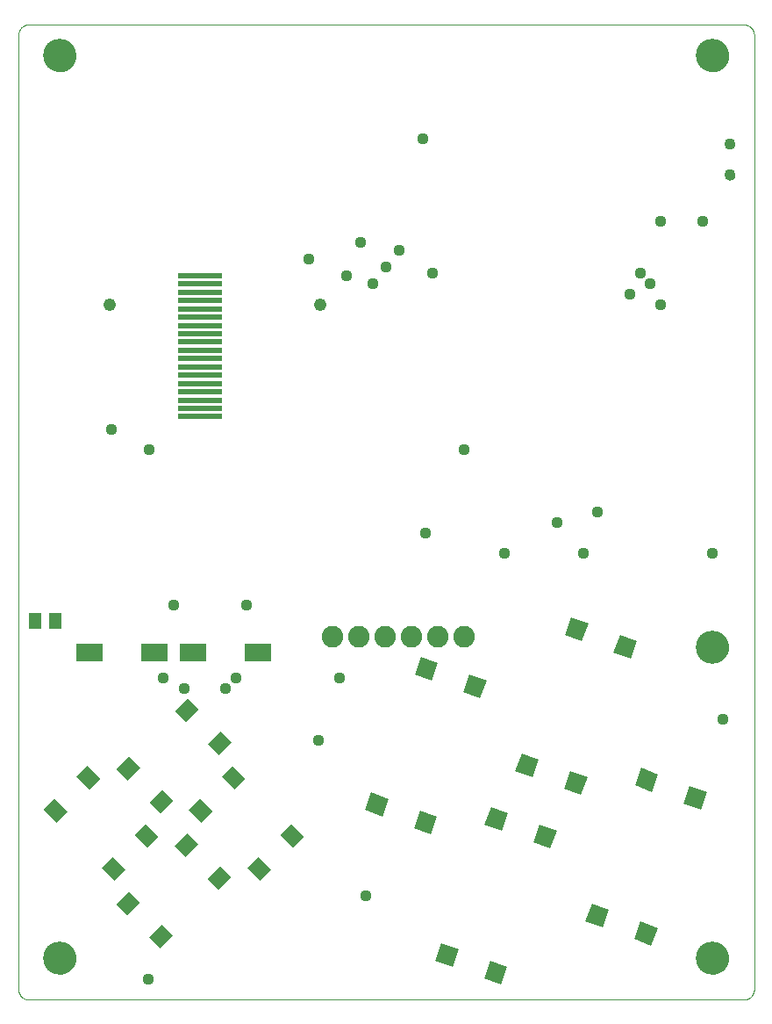
<source format=gts>
G75*
%MOIN*%
%OFA0B0*%
%FSLAX25Y25*%
%IPPOS*%
%LPD*%
%AMOC8*
5,1,8,0,0,1.08239X$1,22.5*
%
%ADD10C,0.00000*%
%ADD11R,0.05131X0.06312*%
%ADD12R,0.16548X0.02375*%
%ADD13R,0.07099X0.06902*%
%ADD14R,0.09855X0.07099*%
%ADD15C,0.04343*%
%ADD16R,0.05918X0.06902*%
%ADD17C,0.12611*%
%ADD18C,0.08200*%
%ADD19C,0.04369*%
%ADD20C,0.04762*%
D10*
X0003248Y0006189D02*
X0003248Y0368394D01*
X0003250Y0368518D01*
X0003256Y0368641D01*
X0003265Y0368765D01*
X0003279Y0368887D01*
X0003296Y0369010D01*
X0003318Y0369132D01*
X0003343Y0369253D01*
X0003372Y0369373D01*
X0003404Y0369492D01*
X0003441Y0369611D01*
X0003481Y0369728D01*
X0003524Y0369843D01*
X0003572Y0369958D01*
X0003623Y0370070D01*
X0003677Y0370181D01*
X0003735Y0370291D01*
X0003796Y0370398D01*
X0003861Y0370504D01*
X0003929Y0370607D01*
X0004000Y0370708D01*
X0004074Y0370807D01*
X0004151Y0370904D01*
X0004232Y0370998D01*
X0004315Y0371089D01*
X0004401Y0371178D01*
X0004490Y0371264D01*
X0004581Y0371347D01*
X0004675Y0371428D01*
X0004772Y0371505D01*
X0004871Y0371579D01*
X0004972Y0371650D01*
X0005075Y0371718D01*
X0005181Y0371783D01*
X0005288Y0371844D01*
X0005398Y0371902D01*
X0005509Y0371956D01*
X0005621Y0372007D01*
X0005736Y0372055D01*
X0005851Y0372098D01*
X0005968Y0372138D01*
X0006087Y0372175D01*
X0006206Y0372207D01*
X0006326Y0372236D01*
X0006447Y0372261D01*
X0006569Y0372283D01*
X0006692Y0372300D01*
X0006814Y0372314D01*
X0006938Y0372323D01*
X0007061Y0372329D01*
X0007185Y0372331D01*
X0278839Y0372331D01*
X0278963Y0372329D01*
X0279086Y0372323D01*
X0279210Y0372314D01*
X0279332Y0372300D01*
X0279455Y0372283D01*
X0279577Y0372261D01*
X0279698Y0372236D01*
X0279818Y0372207D01*
X0279937Y0372175D01*
X0280056Y0372138D01*
X0280173Y0372098D01*
X0280288Y0372055D01*
X0280403Y0372007D01*
X0280515Y0371956D01*
X0280626Y0371902D01*
X0280736Y0371844D01*
X0280843Y0371783D01*
X0280949Y0371718D01*
X0281052Y0371650D01*
X0281153Y0371579D01*
X0281252Y0371505D01*
X0281349Y0371428D01*
X0281443Y0371347D01*
X0281534Y0371264D01*
X0281623Y0371178D01*
X0281709Y0371089D01*
X0281792Y0370998D01*
X0281873Y0370904D01*
X0281950Y0370807D01*
X0282024Y0370708D01*
X0282095Y0370607D01*
X0282163Y0370504D01*
X0282228Y0370398D01*
X0282289Y0370291D01*
X0282347Y0370181D01*
X0282401Y0370070D01*
X0282452Y0369958D01*
X0282500Y0369843D01*
X0282543Y0369728D01*
X0282583Y0369611D01*
X0282620Y0369492D01*
X0282652Y0369373D01*
X0282681Y0369253D01*
X0282706Y0369132D01*
X0282728Y0369010D01*
X0282745Y0368887D01*
X0282759Y0368765D01*
X0282768Y0368641D01*
X0282774Y0368518D01*
X0282776Y0368394D01*
X0282776Y0006189D01*
X0282774Y0006065D01*
X0282768Y0005942D01*
X0282759Y0005818D01*
X0282745Y0005696D01*
X0282728Y0005573D01*
X0282706Y0005451D01*
X0282681Y0005330D01*
X0282652Y0005210D01*
X0282620Y0005091D01*
X0282583Y0004972D01*
X0282543Y0004855D01*
X0282500Y0004740D01*
X0282452Y0004625D01*
X0282401Y0004513D01*
X0282347Y0004402D01*
X0282289Y0004292D01*
X0282228Y0004185D01*
X0282163Y0004079D01*
X0282095Y0003976D01*
X0282024Y0003875D01*
X0281950Y0003776D01*
X0281873Y0003679D01*
X0281792Y0003585D01*
X0281709Y0003494D01*
X0281623Y0003405D01*
X0281534Y0003319D01*
X0281443Y0003236D01*
X0281349Y0003155D01*
X0281252Y0003078D01*
X0281153Y0003004D01*
X0281052Y0002933D01*
X0280949Y0002865D01*
X0280843Y0002800D01*
X0280736Y0002739D01*
X0280626Y0002681D01*
X0280515Y0002627D01*
X0280403Y0002576D01*
X0280288Y0002528D01*
X0280173Y0002485D01*
X0280056Y0002445D01*
X0279937Y0002408D01*
X0279818Y0002376D01*
X0279698Y0002347D01*
X0279577Y0002322D01*
X0279455Y0002300D01*
X0279332Y0002283D01*
X0279210Y0002269D01*
X0279086Y0002260D01*
X0278963Y0002254D01*
X0278839Y0002252D01*
X0007185Y0002252D01*
X0007061Y0002254D01*
X0006938Y0002260D01*
X0006814Y0002269D01*
X0006692Y0002283D01*
X0006569Y0002300D01*
X0006447Y0002322D01*
X0006326Y0002347D01*
X0006206Y0002376D01*
X0006087Y0002408D01*
X0005968Y0002445D01*
X0005851Y0002485D01*
X0005736Y0002528D01*
X0005621Y0002576D01*
X0005509Y0002627D01*
X0005398Y0002681D01*
X0005288Y0002739D01*
X0005181Y0002800D01*
X0005075Y0002865D01*
X0004972Y0002933D01*
X0004871Y0003004D01*
X0004772Y0003078D01*
X0004675Y0003155D01*
X0004581Y0003236D01*
X0004490Y0003319D01*
X0004401Y0003405D01*
X0004315Y0003494D01*
X0004232Y0003585D01*
X0004151Y0003679D01*
X0004074Y0003776D01*
X0004000Y0003875D01*
X0003929Y0003976D01*
X0003861Y0004079D01*
X0003796Y0004185D01*
X0003735Y0004292D01*
X0003677Y0004402D01*
X0003623Y0004513D01*
X0003572Y0004625D01*
X0003524Y0004740D01*
X0003481Y0004855D01*
X0003441Y0004972D01*
X0003404Y0005091D01*
X0003372Y0005210D01*
X0003343Y0005330D01*
X0003318Y0005451D01*
X0003296Y0005573D01*
X0003279Y0005696D01*
X0003265Y0005818D01*
X0003256Y0005942D01*
X0003250Y0006065D01*
X0003248Y0006189D01*
X0013090Y0018000D02*
X0013092Y0018153D01*
X0013098Y0018307D01*
X0013108Y0018460D01*
X0013122Y0018612D01*
X0013140Y0018765D01*
X0013162Y0018916D01*
X0013187Y0019067D01*
X0013217Y0019218D01*
X0013251Y0019368D01*
X0013288Y0019516D01*
X0013329Y0019664D01*
X0013374Y0019810D01*
X0013423Y0019956D01*
X0013476Y0020100D01*
X0013532Y0020242D01*
X0013592Y0020383D01*
X0013656Y0020523D01*
X0013723Y0020661D01*
X0013794Y0020797D01*
X0013869Y0020931D01*
X0013946Y0021063D01*
X0014028Y0021193D01*
X0014112Y0021321D01*
X0014200Y0021447D01*
X0014291Y0021570D01*
X0014385Y0021691D01*
X0014483Y0021809D01*
X0014583Y0021925D01*
X0014687Y0022038D01*
X0014793Y0022149D01*
X0014902Y0022257D01*
X0015014Y0022362D01*
X0015128Y0022463D01*
X0015246Y0022562D01*
X0015365Y0022658D01*
X0015487Y0022751D01*
X0015612Y0022840D01*
X0015739Y0022927D01*
X0015868Y0023009D01*
X0015999Y0023089D01*
X0016132Y0023165D01*
X0016267Y0023238D01*
X0016404Y0023307D01*
X0016543Y0023372D01*
X0016683Y0023434D01*
X0016825Y0023492D01*
X0016968Y0023547D01*
X0017113Y0023598D01*
X0017259Y0023645D01*
X0017406Y0023688D01*
X0017554Y0023727D01*
X0017703Y0023763D01*
X0017853Y0023794D01*
X0018004Y0023822D01*
X0018155Y0023846D01*
X0018308Y0023866D01*
X0018460Y0023882D01*
X0018613Y0023894D01*
X0018766Y0023902D01*
X0018919Y0023906D01*
X0019073Y0023906D01*
X0019226Y0023902D01*
X0019379Y0023894D01*
X0019532Y0023882D01*
X0019684Y0023866D01*
X0019837Y0023846D01*
X0019988Y0023822D01*
X0020139Y0023794D01*
X0020289Y0023763D01*
X0020438Y0023727D01*
X0020586Y0023688D01*
X0020733Y0023645D01*
X0020879Y0023598D01*
X0021024Y0023547D01*
X0021167Y0023492D01*
X0021309Y0023434D01*
X0021449Y0023372D01*
X0021588Y0023307D01*
X0021725Y0023238D01*
X0021860Y0023165D01*
X0021993Y0023089D01*
X0022124Y0023009D01*
X0022253Y0022927D01*
X0022380Y0022840D01*
X0022505Y0022751D01*
X0022627Y0022658D01*
X0022746Y0022562D01*
X0022864Y0022463D01*
X0022978Y0022362D01*
X0023090Y0022257D01*
X0023199Y0022149D01*
X0023305Y0022038D01*
X0023409Y0021925D01*
X0023509Y0021809D01*
X0023607Y0021691D01*
X0023701Y0021570D01*
X0023792Y0021447D01*
X0023880Y0021321D01*
X0023964Y0021193D01*
X0024046Y0021063D01*
X0024123Y0020931D01*
X0024198Y0020797D01*
X0024269Y0020661D01*
X0024336Y0020523D01*
X0024400Y0020383D01*
X0024460Y0020242D01*
X0024516Y0020100D01*
X0024569Y0019956D01*
X0024618Y0019810D01*
X0024663Y0019664D01*
X0024704Y0019516D01*
X0024741Y0019368D01*
X0024775Y0019218D01*
X0024805Y0019067D01*
X0024830Y0018916D01*
X0024852Y0018765D01*
X0024870Y0018612D01*
X0024884Y0018460D01*
X0024894Y0018307D01*
X0024900Y0018153D01*
X0024902Y0018000D01*
X0024900Y0017847D01*
X0024894Y0017693D01*
X0024884Y0017540D01*
X0024870Y0017388D01*
X0024852Y0017235D01*
X0024830Y0017084D01*
X0024805Y0016933D01*
X0024775Y0016782D01*
X0024741Y0016632D01*
X0024704Y0016484D01*
X0024663Y0016336D01*
X0024618Y0016190D01*
X0024569Y0016044D01*
X0024516Y0015900D01*
X0024460Y0015758D01*
X0024400Y0015617D01*
X0024336Y0015477D01*
X0024269Y0015339D01*
X0024198Y0015203D01*
X0024123Y0015069D01*
X0024046Y0014937D01*
X0023964Y0014807D01*
X0023880Y0014679D01*
X0023792Y0014553D01*
X0023701Y0014430D01*
X0023607Y0014309D01*
X0023509Y0014191D01*
X0023409Y0014075D01*
X0023305Y0013962D01*
X0023199Y0013851D01*
X0023090Y0013743D01*
X0022978Y0013638D01*
X0022864Y0013537D01*
X0022746Y0013438D01*
X0022627Y0013342D01*
X0022505Y0013249D01*
X0022380Y0013160D01*
X0022253Y0013073D01*
X0022124Y0012991D01*
X0021993Y0012911D01*
X0021860Y0012835D01*
X0021725Y0012762D01*
X0021588Y0012693D01*
X0021449Y0012628D01*
X0021309Y0012566D01*
X0021167Y0012508D01*
X0021024Y0012453D01*
X0020879Y0012402D01*
X0020733Y0012355D01*
X0020586Y0012312D01*
X0020438Y0012273D01*
X0020289Y0012237D01*
X0020139Y0012206D01*
X0019988Y0012178D01*
X0019837Y0012154D01*
X0019684Y0012134D01*
X0019532Y0012118D01*
X0019379Y0012106D01*
X0019226Y0012098D01*
X0019073Y0012094D01*
X0018919Y0012094D01*
X0018766Y0012098D01*
X0018613Y0012106D01*
X0018460Y0012118D01*
X0018308Y0012134D01*
X0018155Y0012154D01*
X0018004Y0012178D01*
X0017853Y0012206D01*
X0017703Y0012237D01*
X0017554Y0012273D01*
X0017406Y0012312D01*
X0017259Y0012355D01*
X0017113Y0012402D01*
X0016968Y0012453D01*
X0016825Y0012508D01*
X0016683Y0012566D01*
X0016543Y0012628D01*
X0016404Y0012693D01*
X0016267Y0012762D01*
X0016132Y0012835D01*
X0015999Y0012911D01*
X0015868Y0012991D01*
X0015739Y0013073D01*
X0015612Y0013160D01*
X0015487Y0013249D01*
X0015365Y0013342D01*
X0015246Y0013438D01*
X0015128Y0013537D01*
X0015014Y0013638D01*
X0014902Y0013743D01*
X0014793Y0013851D01*
X0014687Y0013962D01*
X0014583Y0014075D01*
X0014483Y0014191D01*
X0014385Y0014309D01*
X0014291Y0014430D01*
X0014200Y0014553D01*
X0014112Y0014679D01*
X0014028Y0014807D01*
X0013946Y0014937D01*
X0013869Y0015069D01*
X0013794Y0015203D01*
X0013723Y0015339D01*
X0013656Y0015477D01*
X0013592Y0015617D01*
X0013532Y0015758D01*
X0013476Y0015900D01*
X0013423Y0016044D01*
X0013374Y0016190D01*
X0013329Y0016336D01*
X0013288Y0016484D01*
X0013251Y0016632D01*
X0013217Y0016782D01*
X0013187Y0016933D01*
X0013162Y0017084D01*
X0013140Y0017235D01*
X0013122Y0017388D01*
X0013108Y0017540D01*
X0013098Y0017693D01*
X0013092Y0017847D01*
X0013090Y0018000D01*
X0261122Y0018000D02*
X0261124Y0018153D01*
X0261130Y0018307D01*
X0261140Y0018460D01*
X0261154Y0018612D01*
X0261172Y0018765D01*
X0261194Y0018916D01*
X0261219Y0019067D01*
X0261249Y0019218D01*
X0261283Y0019368D01*
X0261320Y0019516D01*
X0261361Y0019664D01*
X0261406Y0019810D01*
X0261455Y0019956D01*
X0261508Y0020100D01*
X0261564Y0020242D01*
X0261624Y0020383D01*
X0261688Y0020523D01*
X0261755Y0020661D01*
X0261826Y0020797D01*
X0261901Y0020931D01*
X0261978Y0021063D01*
X0262060Y0021193D01*
X0262144Y0021321D01*
X0262232Y0021447D01*
X0262323Y0021570D01*
X0262417Y0021691D01*
X0262515Y0021809D01*
X0262615Y0021925D01*
X0262719Y0022038D01*
X0262825Y0022149D01*
X0262934Y0022257D01*
X0263046Y0022362D01*
X0263160Y0022463D01*
X0263278Y0022562D01*
X0263397Y0022658D01*
X0263519Y0022751D01*
X0263644Y0022840D01*
X0263771Y0022927D01*
X0263900Y0023009D01*
X0264031Y0023089D01*
X0264164Y0023165D01*
X0264299Y0023238D01*
X0264436Y0023307D01*
X0264575Y0023372D01*
X0264715Y0023434D01*
X0264857Y0023492D01*
X0265000Y0023547D01*
X0265145Y0023598D01*
X0265291Y0023645D01*
X0265438Y0023688D01*
X0265586Y0023727D01*
X0265735Y0023763D01*
X0265885Y0023794D01*
X0266036Y0023822D01*
X0266187Y0023846D01*
X0266340Y0023866D01*
X0266492Y0023882D01*
X0266645Y0023894D01*
X0266798Y0023902D01*
X0266951Y0023906D01*
X0267105Y0023906D01*
X0267258Y0023902D01*
X0267411Y0023894D01*
X0267564Y0023882D01*
X0267716Y0023866D01*
X0267869Y0023846D01*
X0268020Y0023822D01*
X0268171Y0023794D01*
X0268321Y0023763D01*
X0268470Y0023727D01*
X0268618Y0023688D01*
X0268765Y0023645D01*
X0268911Y0023598D01*
X0269056Y0023547D01*
X0269199Y0023492D01*
X0269341Y0023434D01*
X0269481Y0023372D01*
X0269620Y0023307D01*
X0269757Y0023238D01*
X0269892Y0023165D01*
X0270025Y0023089D01*
X0270156Y0023009D01*
X0270285Y0022927D01*
X0270412Y0022840D01*
X0270537Y0022751D01*
X0270659Y0022658D01*
X0270778Y0022562D01*
X0270896Y0022463D01*
X0271010Y0022362D01*
X0271122Y0022257D01*
X0271231Y0022149D01*
X0271337Y0022038D01*
X0271441Y0021925D01*
X0271541Y0021809D01*
X0271639Y0021691D01*
X0271733Y0021570D01*
X0271824Y0021447D01*
X0271912Y0021321D01*
X0271996Y0021193D01*
X0272078Y0021063D01*
X0272155Y0020931D01*
X0272230Y0020797D01*
X0272301Y0020661D01*
X0272368Y0020523D01*
X0272432Y0020383D01*
X0272492Y0020242D01*
X0272548Y0020100D01*
X0272601Y0019956D01*
X0272650Y0019810D01*
X0272695Y0019664D01*
X0272736Y0019516D01*
X0272773Y0019368D01*
X0272807Y0019218D01*
X0272837Y0019067D01*
X0272862Y0018916D01*
X0272884Y0018765D01*
X0272902Y0018612D01*
X0272916Y0018460D01*
X0272926Y0018307D01*
X0272932Y0018153D01*
X0272934Y0018000D01*
X0272932Y0017847D01*
X0272926Y0017693D01*
X0272916Y0017540D01*
X0272902Y0017388D01*
X0272884Y0017235D01*
X0272862Y0017084D01*
X0272837Y0016933D01*
X0272807Y0016782D01*
X0272773Y0016632D01*
X0272736Y0016484D01*
X0272695Y0016336D01*
X0272650Y0016190D01*
X0272601Y0016044D01*
X0272548Y0015900D01*
X0272492Y0015758D01*
X0272432Y0015617D01*
X0272368Y0015477D01*
X0272301Y0015339D01*
X0272230Y0015203D01*
X0272155Y0015069D01*
X0272078Y0014937D01*
X0271996Y0014807D01*
X0271912Y0014679D01*
X0271824Y0014553D01*
X0271733Y0014430D01*
X0271639Y0014309D01*
X0271541Y0014191D01*
X0271441Y0014075D01*
X0271337Y0013962D01*
X0271231Y0013851D01*
X0271122Y0013743D01*
X0271010Y0013638D01*
X0270896Y0013537D01*
X0270778Y0013438D01*
X0270659Y0013342D01*
X0270537Y0013249D01*
X0270412Y0013160D01*
X0270285Y0013073D01*
X0270156Y0012991D01*
X0270025Y0012911D01*
X0269892Y0012835D01*
X0269757Y0012762D01*
X0269620Y0012693D01*
X0269481Y0012628D01*
X0269341Y0012566D01*
X0269199Y0012508D01*
X0269056Y0012453D01*
X0268911Y0012402D01*
X0268765Y0012355D01*
X0268618Y0012312D01*
X0268470Y0012273D01*
X0268321Y0012237D01*
X0268171Y0012206D01*
X0268020Y0012178D01*
X0267869Y0012154D01*
X0267716Y0012134D01*
X0267564Y0012118D01*
X0267411Y0012106D01*
X0267258Y0012098D01*
X0267105Y0012094D01*
X0266951Y0012094D01*
X0266798Y0012098D01*
X0266645Y0012106D01*
X0266492Y0012118D01*
X0266340Y0012134D01*
X0266187Y0012154D01*
X0266036Y0012178D01*
X0265885Y0012206D01*
X0265735Y0012237D01*
X0265586Y0012273D01*
X0265438Y0012312D01*
X0265291Y0012355D01*
X0265145Y0012402D01*
X0265000Y0012453D01*
X0264857Y0012508D01*
X0264715Y0012566D01*
X0264575Y0012628D01*
X0264436Y0012693D01*
X0264299Y0012762D01*
X0264164Y0012835D01*
X0264031Y0012911D01*
X0263900Y0012991D01*
X0263771Y0013073D01*
X0263644Y0013160D01*
X0263519Y0013249D01*
X0263397Y0013342D01*
X0263278Y0013438D01*
X0263160Y0013537D01*
X0263046Y0013638D01*
X0262934Y0013743D01*
X0262825Y0013851D01*
X0262719Y0013962D01*
X0262615Y0014075D01*
X0262515Y0014191D01*
X0262417Y0014309D01*
X0262323Y0014430D01*
X0262232Y0014553D01*
X0262144Y0014679D01*
X0262060Y0014807D01*
X0261978Y0014937D01*
X0261901Y0015069D01*
X0261826Y0015203D01*
X0261755Y0015339D01*
X0261688Y0015477D01*
X0261624Y0015617D01*
X0261564Y0015758D01*
X0261508Y0015900D01*
X0261455Y0016044D01*
X0261406Y0016190D01*
X0261361Y0016336D01*
X0261320Y0016484D01*
X0261283Y0016632D01*
X0261249Y0016782D01*
X0261219Y0016933D01*
X0261194Y0017084D01*
X0261172Y0017235D01*
X0261154Y0017388D01*
X0261140Y0017540D01*
X0261130Y0017693D01*
X0261124Y0017847D01*
X0261122Y0018000D01*
X0261122Y0136110D02*
X0261124Y0136263D01*
X0261130Y0136417D01*
X0261140Y0136570D01*
X0261154Y0136722D01*
X0261172Y0136875D01*
X0261194Y0137026D01*
X0261219Y0137177D01*
X0261249Y0137328D01*
X0261283Y0137478D01*
X0261320Y0137626D01*
X0261361Y0137774D01*
X0261406Y0137920D01*
X0261455Y0138066D01*
X0261508Y0138210D01*
X0261564Y0138352D01*
X0261624Y0138493D01*
X0261688Y0138633D01*
X0261755Y0138771D01*
X0261826Y0138907D01*
X0261901Y0139041D01*
X0261978Y0139173D01*
X0262060Y0139303D01*
X0262144Y0139431D01*
X0262232Y0139557D01*
X0262323Y0139680D01*
X0262417Y0139801D01*
X0262515Y0139919D01*
X0262615Y0140035D01*
X0262719Y0140148D01*
X0262825Y0140259D01*
X0262934Y0140367D01*
X0263046Y0140472D01*
X0263160Y0140573D01*
X0263278Y0140672D01*
X0263397Y0140768D01*
X0263519Y0140861D01*
X0263644Y0140950D01*
X0263771Y0141037D01*
X0263900Y0141119D01*
X0264031Y0141199D01*
X0264164Y0141275D01*
X0264299Y0141348D01*
X0264436Y0141417D01*
X0264575Y0141482D01*
X0264715Y0141544D01*
X0264857Y0141602D01*
X0265000Y0141657D01*
X0265145Y0141708D01*
X0265291Y0141755D01*
X0265438Y0141798D01*
X0265586Y0141837D01*
X0265735Y0141873D01*
X0265885Y0141904D01*
X0266036Y0141932D01*
X0266187Y0141956D01*
X0266340Y0141976D01*
X0266492Y0141992D01*
X0266645Y0142004D01*
X0266798Y0142012D01*
X0266951Y0142016D01*
X0267105Y0142016D01*
X0267258Y0142012D01*
X0267411Y0142004D01*
X0267564Y0141992D01*
X0267716Y0141976D01*
X0267869Y0141956D01*
X0268020Y0141932D01*
X0268171Y0141904D01*
X0268321Y0141873D01*
X0268470Y0141837D01*
X0268618Y0141798D01*
X0268765Y0141755D01*
X0268911Y0141708D01*
X0269056Y0141657D01*
X0269199Y0141602D01*
X0269341Y0141544D01*
X0269481Y0141482D01*
X0269620Y0141417D01*
X0269757Y0141348D01*
X0269892Y0141275D01*
X0270025Y0141199D01*
X0270156Y0141119D01*
X0270285Y0141037D01*
X0270412Y0140950D01*
X0270537Y0140861D01*
X0270659Y0140768D01*
X0270778Y0140672D01*
X0270896Y0140573D01*
X0271010Y0140472D01*
X0271122Y0140367D01*
X0271231Y0140259D01*
X0271337Y0140148D01*
X0271441Y0140035D01*
X0271541Y0139919D01*
X0271639Y0139801D01*
X0271733Y0139680D01*
X0271824Y0139557D01*
X0271912Y0139431D01*
X0271996Y0139303D01*
X0272078Y0139173D01*
X0272155Y0139041D01*
X0272230Y0138907D01*
X0272301Y0138771D01*
X0272368Y0138633D01*
X0272432Y0138493D01*
X0272492Y0138352D01*
X0272548Y0138210D01*
X0272601Y0138066D01*
X0272650Y0137920D01*
X0272695Y0137774D01*
X0272736Y0137626D01*
X0272773Y0137478D01*
X0272807Y0137328D01*
X0272837Y0137177D01*
X0272862Y0137026D01*
X0272884Y0136875D01*
X0272902Y0136722D01*
X0272916Y0136570D01*
X0272926Y0136417D01*
X0272932Y0136263D01*
X0272934Y0136110D01*
X0272932Y0135957D01*
X0272926Y0135803D01*
X0272916Y0135650D01*
X0272902Y0135498D01*
X0272884Y0135345D01*
X0272862Y0135194D01*
X0272837Y0135043D01*
X0272807Y0134892D01*
X0272773Y0134742D01*
X0272736Y0134594D01*
X0272695Y0134446D01*
X0272650Y0134300D01*
X0272601Y0134154D01*
X0272548Y0134010D01*
X0272492Y0133868D01*
X0272432Y0133727D01*
X0272368Y0133587D01*
X0272301Y0133449D01*
X0272230Y0133313D01*
X0272155Y0133179D01*
X0272078Y0133047D01*
X0271996Y0132917D01*
X0271912Y0132789D01*
X0271824Y0132663D01*
X0271733Y0132540D01*
X0271639Y0132419D01*
X0271541Y0132301D01*
X0271441Y0132185D01*
X0271337Y0132072D01*
X0271231Y0131961D01*
X0271122Y0131853D01*
X0271010Y0131748D01*
X0270896Y0131647D01*
X0270778Y0131548D01*
X0270659Y0131452D01*
X0270537Y0131359D01*
X0270412Y0131270D01*
X0270285Y0131183D01*
X0270156Y0131101D01*
X0270025Y0131021D01*
X0269892Y0130945D01*
X0269757Y0130872D01*
X0269620Y0130803D01*
X0269481Y0130738D01*
X0269341Y0130676D01*
X0269199Y0130618D01*
X0269056Y0130563D01*
X0268911Y0130512D01*
X0268765Y0130465D01*
X0268618Y0130422D01*
X0268470Y0130383D01*
X0268321Y0130347D01*
X0268171Y0130316D01*
X0268020Y0130288D01*
X0267869Y0130264D01*
X0267716Y0130244D01*
X0267564Y0130228D01*
X0267411Y0130216D01*
X0267258Y0130208D01*
X0267105Y0130204D01*
X0266951Y0130204D01*
X0266798Y0130208D01*
X0266645Y0130216D01*
X0266492Y0130228D01*
X0266340Y0130244D01*
X0266187Y0130264D01*
X0266036Y0130288D01*
X0265885Y0130316D01*
X0265735Y0130347D01*
X0265586Y0130383D01*
X0265438Y0130422D01*
X0265291Y0130465D01*
X0265145Y0130512D01*
X0265000Y0130563D01*
X0264857Y0130618D01*
X0264715Y0130676D01*
X0264575Y0130738D01*
X0264436Y0130803D01*
X0264299Y0130872D01*
X0264164Y0130945D01*
X0264031Y0131021D01*
X0263900Y0131101D01*
X0263771Y0131183D01*
X0263644Y0131270D01*
X0263519Y0131359D01*
X0263397Y0131452D01*
X0263278Y0131548D01*
X0263160Y0131647D01*
X0263046Y0131748D01*
X0262934Y0131853D01*
X0262825Y0131961D01*
X0262719Y0132072D01*
X0262615Y0132185D01*
X0262515Y0132301D01*
X0262417Y0132419D01*
X0262323Y0132540D01*
X0262232Y0132663D01*
X0262144Y0132789D01*
X0262060Y0132917D01*
X0261978Y0133047D01*
X0261901Y0133179D01*
X0261826Y0133313D01*
X0261755Y0133449D01*
X0261688Y0133587D01*
X0261624Y0133727D01*
X0261564Y0133868D01*
X0261508Y0134010D01*
X0261455Y0134154D01*
X0261406Y0134300D01*
X0261361Y0134446D01*
X0261320Y0134594D01*
X0261283Y0134742D01*
X0261249Y0134892D01*
X0261219Y0135043D01*
X0261194Y0135194D01*
X0261172Y0135345D01*
X0261154Y0135498D01*
X0261140Y0135650D01*
X0261130Y0135803D01*
X0261124Y0135957D01*
X0261122Y0136110D01*
X0271752Y0315244D02*
X0271754Y0315328D01*
X0271760Y0315411D01*
X0271770Y0315494D01*
X0271784Y0315577D01*
X0271801Y0315659D01*
X0271823Y0315740D01*
X0271848Y0315819D01*
X0271877Y0315898D01*
X0271910Y0315975D01*
X0271946Y0316050D01*
X0271986Y0316124D01*
X0272029Y0316196D01*
X0272076Y0316265D01*
X0272126Y0316332D01*
X0272179Y0316397D01*
X0272235Y0316459D01*
X0272293Y0316519D01*
X0272355Y0316576D01*
X0272419Y0316629D01*
X0272486Y0316680D01*
X0272555Y0316727D01*
X0272626Y0316772D01*
X0272699Y0316812D01*
X0272774Y0316849D01*
X0272851Y0316883D01*
X0272929Y0316913D01*
X0273008Y0316939D01*
X0273089Y0316962D01*
X0273171Y0316980D01*
X0273253Y0316995D01*
X0273336Y0317006D01*
X0273419Y0317013D01*
X0273503Y0317016D01*
X0273587Y0317015D01*
X0273670Y0317010D01*
X0273754Y0317001D01*
X0273836Y0316988D01*
X0273918Y0316972D01*
X0273999Y0316951D01*
X0274080Y0316927D01*
X0274158Y0316899D01*
X0274236Y0316867D01*
X0274312Y0316831D01*
X0274386Y0316792D01*
X0274458Y0316750D01*
X0274528Y0316704D01*
X0274596Y0316655D01*
X0274661Y0316603D01*
X0274724Y0316548D01*
X0274784Y0316490D01*
X0274842Y0316429D01*
X0274896Y0316365D01*
X0274948Y0316299D01*
X0274996Y0316231D01*
X0275041Y0316160D01*
X0275082Y0316087D01*
X0275121Y0316013D01*
X0275155Y0315937D01*
X0275186Y0315859D01*
X0275213Y0315780D01*
X0275237Y0315699D01*
X0275256Y0315618D01*
X0275272Y0315536D01*
X0275284Y0315453D01*
X0275292Y0315369D01*
X0275296Y0315286D01*
X0275296Y0315202D01*
X0275292Y0315119D01*
X0275284Y0315035D01*
X0275272Y0314952D01*
X0275256Y0314870D01*
X0275237Y0314789D01*
X0275213Y0314708D01*
X0275186Y0314629D01*
X0275155Y0314551D01*
X0275121Y0314475D01*
X0275082Y0314401D01*
X0275041Y0314328D01*
X0274996Y0314257D01*
X0274948Y0314189D01*
X0274896Y0314123D01*
X0274842Y0314059D01*
X0274784Y0313998D01*
X0274724Y0313940D01*
X0274661Y0313885D01*
X0274596Y0313833D01*
X0274528Y0313784D01*
X0274458Y0313738D01*
X0274386Y0313696D01*
X0274312Y0313657D01*
X0274236Y0313621D01*
X0274158Y0313589D01*
X0274080Y0313561D01*
X0273999Y0313537D01*
X0273918Y0313516D01*
X0273836Y0313500D01*
X0273754Y0313487D01*
X0273670Y0313478D01*
X0273587Y0313473D01*
X0273503Y0313472D01*
X0273419Y0313475D01*
X0273336Y0313482D01*
X0273253Y0313493D01*
X0273171Y0313508D01*
X0273089Y0313526D01*
X0273008Y0313549D01*
X0272929Y0313575D01*
X0272851Y0313605D01*
X0272774Y0313639D01*
X0272699Y0313676D01*
X0272626Y0313716D01*
X0272555Y0313761D01*
X0272486Y0313808D01*
X0272419Y0313859D01*
X0272355Y0313912D01*
X0272293Y0313969D01*
X0272235Y0314029D01*
X0272179Y0314091D01*
X0272126Y0314156D01*
X0272076Y0314223D01*
X0272029Y0314292D01*
X0271986Y0314364D01*
X0271946Y0314438D01*
X0271910Y0314513D01*
X0271877Y0314590D01*
X0271848Y0314669D01*
X0271823Y0314748D01*
X0271801Y0314829D01*
X0271784Y0314911D01*
X0271770Y0314994D01*
X0271760Y0315077D01*
X0271754Y0315160D01*
X0271752Y0315244D01*
X0271752Y0327055D02*
X0271754Y0327139D01*
X0271760Y0327222D01*
X0271770Y0327305D01*
X0271784Y0327388D01*
X0271801Y0327470D01*
X0271823Y0327551D01*
X0271848Y0327630D01*
X0271877Y0327709D01*
X0271910Y0327786D01*
X0271946Y0327861D01*
X0271986Y0327935D01*
X0272029Y0328007D01*
X0272076Y0328076D01*
X0272126Y0328143D01*
X0272179Y0328208D01*
X0272235Y0328270D01*
X0272293Y0328330D01*
X0272355Y0328387D01*
X0272419Y0328440D01*
X0272486Y0328491D01*
X0272555Y0328538D01*
X0272626Y0328583D01*
X0272699Y0328623D01*
X0272774Y0328660D01*
X0272851Y0328694D01*
X0272929Y0328724D01*
X0273008Y0328750D01*
X0273089Y0328773D01*
X0273171Y0328791D01*
X0273253Y0328806D01*
X0273336Y0328817D01*
X0273419Y0328824D01*
X0273503Y0328827D01*
X0273587Y0328826D01*
X0273670Y0328821D01*
X0273754Y0328812D01*
X0273836Y0328799D01*
X0273918Y0328783D01*
X0273999Y0328762D01*
X0274080Y0328738D01*
X0274158Y0328710D01*
X0274236Y0328678D01*
X0274312Y0328642D01*
X0274386Y0328603D01*
X0274458Y0328561D01*
X0274528Y0328515D01*
X0274596Y0328466D01*
X0274661Y0328414D01*
X0274724Y0328359D01*
X0274784Y0328301D01*
X0274842Y0328240D01*
X0274896Y0328176D01*
X0274948Y0328110D01*
X0274996Y0328042D01*
X0275041Y0327971D01*
X0275082Y0327898D01*
X0275121Y0327824D01*
X0275155Y0327748D01*
X0275186Y0327670D01*
X0275213Y0327591D01*
X0275237Y0327510D01*
X0275256Y0327429D01*
X0275272Y0327347D01*
X0275284Y0327264D01*
X0275292Y0327180D01*
X0275296Y0327097D01*
X0275296Y0327013D01*
X0275292Y0326930D01*
X0275284Y0326846D01*
X0275272Y0326763D01*
X0275256Y0326681D01*
X0275237Y0326600D01*
X0275213Y0326519D01*
X0275186Y0326440D01*
X0275155Y0326362D01*
X0275121Y0326286D01*
X0275082Y0326212D01*
X0275041Y0326139D01*
X0274996Y0326068D01*
X0274948Y0326000D01*
X0274896Y0325934D01*
X0274842Y0325870D01*
X0274784Y0325809D01*
X0274724Y0325751D01*
X0274661Y0325696D01*
X0274596Y0325644D01*
X0274528Y0325595D01*
X0274458Y0325549D01*
X0274386Y0325507D01*
X0274312Y0325468D01*
X0274236Y0325432D01*
X0274158Y0325400D01*
X0274080Y0325372D01*
X0273999Y0325348D01*
X0273918Y0325327D01*
X0273836Y0325311D01*
X0273754Y0325298D01*
X0273670Y0325289D01*
X0273587Y0325284D01*
X0273503Y0325283D01*
X0273419Y0325286D01*
X0273336Y0325293D01*
X0273253Y0325304D01*
X0273171Y0325319D01*
X0273089Y0325337D01*
X0273008Y0325360D01*
X0272929Y0325386D01*
X0272851Y0325416D01*
X0272774Y0325450D01*
X0272699Y0325487D01*
X0272626Y0325527D01*
X0272555Y0325572D01*
X0272486Y0325619D01*
X0272419Y0325670D01*
X0272355Y0325723D01*
X0272293Y0325780D01*
X0272235Y0325840D01*
X0272179Y0325902D01*
X0272126Y0325967D01*
X0272076Y0326034D01*
X0272029Y0326103D01*
X0271986Y0326175D01*
X0271946Y0326249D01*
X0271910Y0326324D01*
X0271877Y0326401D01*
X0271848Y0326480D01*
X0271823Y0326559D01*
X0271801Y0326640D01*
X0271784Y0326722D01*
X0271770Y0326805D01*
X0271760Y0326888D01*
X0271754Y0326971D01*
X0271752Y0327055D01*
X0261122Y0360520D02*
X0261124Y0360673D01*
X0261130Y0360827D01*
X0261140Y0360980D01*
X0261154Y0361132D01*
X0261172Y0361285D01*
X0261194Y0361436D01*
X0261219Y0361587D01*
X0261249Y0361738D01*
X0261283Y0361888D01*
X0261320Y0362036D01*
X0261361Y0362184D01*
X0261406Y0362330D01*
X0261455Y0362476D01*
X0261508Y0362620D01*
X0261564Y0362762D01*
X0261624Y0362903D01*
X0261688Y0363043D01*
X0261755Y0363181D01*
X0261826Y0363317D01*
X0261901Y0363451D01*
X0261978Y0363583D01*
X0262060Y0363713D01*
X0262144Y0363841D01*
X0262232Y0363967D01*
X0262323Y0364090D01*
X0262417Y0364211D01*
X0262515Y0364329D01*
X0262615Y0364445D01*
X0262719Y0364558D01*
X0262825Y0364669D01*
X0262934Y0364777D01*
X0263046Y0364882D01*
X0263160Y0364983D01*
X0263278Y0365082D01*
X0263397Y0365178D01*
X0263519Y0365271D01*
X0263644Y0365360D01*
X0263771Y0365447D01*
X0263900Y0365529D01*
X0264031Y0365609D01*
X0264164Y0365685D01*
X0264299Y0365758D01*
X0264436Y0365827D01*
X0264575Y0365892D01*
X0264715Y0365954D01*
X0264857Y0366012D01*
X0265000Y0366067D01*
X0265145Y0366118D01*
X0265291Y0366165D01*
X0265438Y0366208D01*
X0265586Y0366247D01*
X0265735Y0366283D01*
X0265885Y0366314D01*
X0266036Y0366342D01*
X0266187Y0366366D01*
X0266340Y0366386D01*
X0266492Y0366402D01*
X0266645Y0366414D01*
X0266798Y0366422D01*
X0266951Y0366426D01*
X0267105Y0366426D01*
X0267258Y0366422D01*
X0267411Y0366414D01*
X0267564Y0366402D01*
X0267716Y0366386D01*
X0267869Y0366366D01*
X0268020Y0366342D01*
X0268171Y0366314D01*
X0268321Y0366283D01*
X0268470Y0366247D01*
X0268618Y0366208D01*
X0268765Y0366165D01*
X0268911Y0366118D01*
X0269056Y0366067D01*
X0269199Y0366012D01*
X0269341Y0365954D01*
X0269481Y0365892D01*
X0269620Y0365827D01*
X0269757Y0365758D01*
X0269892Y0365685D01*
X0270025Y0365609D01*
X0270156Y0365529D01*
X0270285Y0365447D01*
X0270412Y0365360D01*
X0270537Y0365271D01*
X0270659Y0365178D01*
X0270778Y0365082D01*
X0270896Y0364983D01*
X0271010Y0364882D01*
X0271122Y0364777D01*
X0271231Y0364669D01*
X0271337Y0364558D01*
X0271441Y0364445D01*
X0271541Y0364329D01*
X0271639Y0364211D01*
X0271733Y0364090D01*
X0271824Y0363967D01*
X0271912Y0363841D01*
X0271996Y0363713D01*
X0272078Y0363583D01*
X0272155Y0363451D01*
X0272230Y0363317D01*
X0272301Y0363181D01*
X0272368Y0363043D01*
X0272432Y0362903D01*
X0272492Y0362762D01*
X0272548Y0362620D01*
X0272601Y0362476D01*
X0272650Y0362330D01*
X0272695Y0362184D01*
X0272736Y0362036D01*
X0272773Y0361888D01*
X0272807Y0361738D01*
X0272837Y0361587D01*
X0272862Y0361436D01*
X0272884Y0361285D01*
X0272902Y0361132D01*
X0272916Y0360980D01*
X0272926Y0360827D01*
X0272932Y0360673D01*
X0272934Y0360520D01*
X0272932Y0360367D01*
X0272926Y0360213D01*
X0272916Y0360060D01*
X0272902Y0359908D01*
X0272884Y0359755D01*
X0272862Y0359604D01*
X0272837Y0359453D01*
X0272807Y0359302D01*
X0272773Y0359152D01*
X0272736Y0359004D01*
X0272695Y0358856D01*
X0272650Y0358710D01*
X0272601Y0358564D01*
X0272548Y0358420D01*
X0272492Y0358278D01*
X0272432Y0358137D01*
X0272368Y0357997D01*
X0272301Y0357859D01*
X0272230Y0357723D01*
X0272155Y0357589D01*
X0272078Y0357457D01*
X0271996Y0357327D01*
X0271912Y0357199D01*
X0271824Y0357073D01*
X0271733Y0356950D01*
X0271639Y0356829D01*
X0271541Y0356711D01*
X0271441Y0356595D01*
X0271337Y0356482D01*
X0271231Y0356371D01*
X0271122Y0356263D01*
X0271010Y0356158D01*
X0270896Y0356057D01*
X0270778Y0355958D01*
X0270659Y0355862D01*
X0270537Y0355769D01*
X0270412Y0355680D01*
X0270285Y0355593D01*
X0270156Y0355511D01*
X0270025Y0355431D01*
X0269892Y0355355D01*
X0269757Y0355282D01*
X0269620Y0355213D01*
X0269481Y0355148D01*
X0269341Y0355086D01*
X0269199Y0355028D01*
X0269056Y0354973D01*
X0268911Y0354922D01*
X0268765Y0354875D01*
X0268618Y0354832D01*
X0268470Y0354793D01*
X0268321Y0354757D01*
X0268171Y0354726D01*
X0268020Y0354698D01*
X0267869Y0354674D01*
X0267716Y0354654D01*
X0267564Y0354638D01*
X0267411Y0354626D01*
X0267258Y0354618D01*
X0267105Y0354614D01*
X0266951Y0354614D01*
X0266798Y0354618D01*
X0266645Y0354626D01*
X0266492Y0354638D01*
X0266340Y0354654D01*
X0266187Y0354674D01*
X0266036Y0354698D01*
X0265885Y0354726D01*
X0265735Y0354757D01*
X0265586Y0354793D01*
X0265438Y0354832D01*
X0265291Y0354875D01*
X0265145Y0354922D01*
X0265000Y0354973D01*
X0264857Y0355028D01*
X0264715Y0355086D01*
X0264575Y0355148D01*
X0264436Y0355213D01*
X0264299Y0355282D01*
X0264164Y0355355D01*
X0264031Y0355431D01*
X0263900Y0355511D01*
X0263771Y0355593D01*
X0263644Y0355680D01*
X0263519Y0355769D01*
X0263397Y0355862D01*
X0263278Y0355958D01*
X0263160Y0356057D01*
X0263046Y0356158D01*
X0262934Y0356263D01*
X0262825Y0356371D01*
X0262719Y0356482D01*
X0262615Y0356595D01*
X0262515Y0356711D01*
X0262417Y0356829D01*
X0262323Y0356950D01*
X0262232Y0357073D01*
X0262144Y0357199D01*
X0262060Y0357327D01*
X0261978Y0357457D01*
X0261901Y0357589D01*
X0261826Y0357723D01*
X0261755Y0357859D01*
X0261688Y0357997D01*
X0261624Y0358137D01*
X0261564Y0358278D01*
X0261508Y0358420D01*
X0261455Y0358564D01*
X0261406Y0358710D01*
X0261361Y0358856D01*
X0261320Y0359004D01*
X0261283Y0359152D01*
X0261249Y0359302D01*
X0261219Y0359453D01*
X0261194Y0359604D01*
X0261172Y0359755D01*
X0261154Y0359908D01*
X0261140Y0360060D01*
X0261130Y0360213D01*
X0261124Y0360367D01*
X0261122Y0360520D01*
X0013090Y0360520D02*
X0013092Y0360673D01*
X0013098Y0360827D01*
X0013108Y0360980D01*
X0013122Y0361132D01*
X0013140Y0361285D01*
X0013162Y0361436D01*
X0013187Y0361587D01*
X0013217Y0361738D01*
X0013251Y0361888D01*
X0013288Y0362036D01*
X0013329Y0362184D01*
X0013374Y0362330D01*
X0013423Y0362476D01*
X0013476Y0362620D01*
X0013532Y0362762D01*
X0013592Y0362903D01*
X0013656Y0363043D01*
X0013723Y0363181D01*
X0013794Y0363317D01*
X0013869Y0363451D01*
X0013946Y0363583D01*
X0014028Y0363713D01*
X0014112Y0363841D01*
X0014200Y0363967D01*
X0014291Y0364090D01*
X0014385Y0364211D01*
X0014483Y0364329D01*
X0014583Y0364445D01*
X0014687Y0364558D01*
X0014793Y0364669D01*
X0014902Y0364777D01*
X0015014Y0364882D01*
X0015128Y0364983D01*
X0015246Y0365082D01*
X0015365Y0365178D01*
X0015487Y0365271D01*
X0015612Y0365360D01*
X0015739Y0365447D01*
X0015868Y0365529D01*
X0015999Y0365609D01*
X0016132Y0365685D01*
X0016267Y0365758D01*
X0016404Y0365827D01*
X0016543Y0365892D01*
X0016683Y0365954D01*
X0016825Y0366012D01*
X0016968Y0366067D01*
X0017113Y0366118D01*
X0017259Y0366165D01*
X0017406Y0366208D01*
X0017554Y0366247D01*
X0017703Y0366283D01*
X0017853Y0366314D01*
X0018004Y0366342D01*
X0018155Y0366366D01*
X0018308Y0366386D01*
X0018460Y0366402D01*
X0018613Y0366414D01*
X0018766Y0366422D01*
X0018919Y0366426D01*
X0019073Y0366426D01*
X0019226Y0366422D01*
X0019379Y0366414D01*
X0019532Y0366402D01*
X0019684Y0366386D01*
X0019837Y0366366D01*
X0019988Y0366342D01*
X0020139Y0366314D01*
X0020289Y0366283D01*
X0020438Y0366247D01*
X0020586Y0366208D01*
X0020733Y0366165D01*
X0020879Y0366118D01*
X0021024Y0366067D01*
X0021167Y0366012D01*
X0021309Y0365954D01*
X0021449Y0365892D01*
X0021588Y0365827D01*
X0021725Y0365758D01*
X0021860Y0365685D01*
X0021993Y0365609D01*
X0022124Y0365529D01*
X0022253Y0365447D01*
X0022380Y0365360D01*
X0022505Y0365271D01*
X0022627Y0365178D01*
X0022746Y0365082D01*
X0022864Y0364983D01*
X0022978Y0364882D01*
X0023090Y0364777D01*
X0023199Y0364669D01*
X0023305Y0364558D01*
X0023409Y0364445D01*
X0023509Y0364329D01*
X0023607Y0364211D01*
X0023701Y0364090D01*
X0023792Y0363967D01*
X0023880Y0363841D01*
X0023964Y0363713D01*
X0024046Y0363583D01*
X0024123Y0363451D01*
X0024198Y0363317D01*
X0024269Y0363181D01*
X0024336Y0363043D01*
X0024400Y0362903D01*
X0024460Y0362762D01*
X0024516Y0362620D01*
X0024569Y0362476D01*
X0024618Y0362330D01*
X0024663Y0362184D01*
X0024704Y0362036D01*
X0024741Y0361888D01*
X0024775Y0361738D01*
X0024805Y0361587D01*
X0024830Y0361436D01*
X0024852Y0361285D01*
X0024870Y0361132D01*
X0024884Y0360980D01*
X0024894Y0360827D01*
X0024900Y0360673D01*
X0024902Y0360520D01*
X0024900Y0360367D01*
X0024894Y0360213D01*
X0024884Y0360060D01*
X0024870Y0359908D01*
X0024852Y0359755D01*
X0024830Y0359604D01*
X0024805Y0359453D01*
X0024775Y0359302D01*
X0024741Y0359152D01*
X0024704Y0359004D01*
X0024663Y0358856D01*
X0024618Y0358710D01*
X0024569Y0358564D01*
X0024516Y0358420D01*
X0024460Y0358278D01*
X0024400Y0358137D01*
X0024336Y0357997D01*
X0024269Y0357859D01*
X0024198Y0357723D01*
X0024123Y0357589D01*
X0024046Y0357457D01*
X0023964Y0357327D01*
X0023880Y0357199D01*
X0023792Y0357073D01*
X0023701Y0356950D01*
X0023607Y0356829D01*
X0023509Y0356711D01*
X0023409Y0356595D01*
X0023305Y0356482D01*
X0023199Y0356371D01*
X0023090Y0356263D01*
X0022978Y0356158D01*
X0022864Y0356057D01*
X0022746Y0355958D01*
X0022627Y0355862D01*
X0022505Y0355769D01*
X0022380Y0355680D01*
X0022253Y0355593D01*
X0022124Y0355511D01*
X0021993Y0355431D01*
X0021860Y0355355D01*
X0021725Y0355282D01*
X0021588Y0355213D01*
X0021449Y0355148D01*
X0021309Y0355086D01*
X0021167Y0355028D01*
X0021024Y0354973D01*
X0020879Y0354922D01*
X0020733Y0354875D01*
X0020586Y0354832D01*
X0020438Y0354793D01*
X0020289Y0354757D01*
X0020139Y0354726D01*
X0019988Y0354698D01*
X0019837Y0354674D01*
X0019684Y0354654D01*
X0019532Y0354638D01*
X0019379Y0354626D01*
X0019226Y0354618D01*
X0019073Y0354614D01*
X0018919Y0354614D01*
X0018766Y0354618D01*
X0018613Y0354626D01*
X0018460Y0354638D01*
X0018308Y0354654D01*
X0018155Y0354674D01*
X0018004Y0354698D01*
X0017853Y0354726D01*
X0017703Y0354757D01*
X0017554Y0354793D01*
X0017406Y0354832D01*
X0017259Y0354875D01*
X0017113Y0354922D01*
X0016968Y0354973D01*
X0016825Y0355028D01*
X0016683Y0355086D01*
X0016543Y0355148D01*
X0016404Y0355213D01*
X0016267Y0355282D01*
X0016132Y0355355D01*
X0015999Y0355431D01*
X0015868Y0355511D01*
X0015739Y0355593D01*
X0015612Y0355680D01*
X0015487Y0355769D01*
X0015365Y0355862D01*
X0015246Y0355958D01*
X0015128Y0356057D01*
X0015014Y0356158D01*
X0014902Y0356263D01*
X0014793Y0356371D01*
X0014687Y0356482D01*
X0014583Y0356595D01*
X0014483Y0356711D01*
X0014385Y0356829D01*
X0014291Y0356950D01*
X0014200Y0357073D01*
X0014112Y0357199D01*
X0014028Y0357327D01*
X0013946Y0357457D01*
X0013869Y0357589D01*
X0013794Y0357723D01*
X0013723Y0357859D01*
X0013656Y0357997D01*
X0013592Y0358137D01*
X0013532Y0358278D01*
X0013476Y0358420D01*
X0013423Y0358564D01*
X0013374Y0358710D01*
X0013329Y0358856D01*
X0013288Y0359004D01*
X0013251Y0359152D01*
X0013217Y0359302D01*
X0013187Y0359453D01*
X0013162Y0359604D01*
X0013140Y0359755D01*
X0013122Y0359908D01*
X0013108Y0360060D01*
X0013098Y0360213D01*
X0013092Y0360367D01*
X0013090Y0360520D01*
D11*
X0009547Y0145953D03*
X0017421Y0145953D03*
D12*
X0072146Y0223512D03*
X0072146Y0226661D03*
X0072146Y0229811D03*
X0072146Y0232961D03*
X0072146Y0236110D03*
X0072146Y0239260D03*
X0072146Y0242409D03*
X0072146Y0245559D03*
X0072146Y0248709D03*
X0072146Y0251858D03*
X0072146Y0255008D03*
X0072146Y0258157D03*
X0072146Y0261307D03*
X0072146Y0264457D03*
X0072146Y0267606D03*
X0072146Y0270756D03*
X0072146Y0273906D03*
X0072146Y0277055D03*
D13*
G36*
X0162685Y0130098D02*
X0160258Y0123429D01*
X0153773Y0125790D01*
X0156200Y0132459D01*
X0162685Y0130098D01*
G37*
G36*
X0181183Y0123365D02*
X0178756Y0116696D01*
X0172271Y0119057D01*
X0174698Y0125726D01*
X0181183Y0123365D01*
G37*
G36*
X0200992Y0093299D02*
X0198565Y0086630D01*
X0192080Y0088991D01*
X0194507Y0095660D01*
X0200992Y0093299D01*
G37*
G36*
X0219489Y0086567D02*
X0217062Y0079898D01*
X0210577Y0082259D01*
X0213004Y0088928D01*
X0219489Y0086567D01*
G37*
G36*
X0207805Y0066275D02*
X0205378Y0059606D01*
X0198893Y0061967D01*
X0201320Y0068636D01*
X0207805Y0066275D01*
G37*
G36*
X0189307Y0073008D02*
X0186880Y0066339D01*
X0180395Y0068700D01*
X0182822Y0075369D01*
X0189307Y0073008D01*
G37*
G36*
X0162399Y0071756D02*
X0159972Y0065087D01*
X0153487Y0067448D01*
X0155914Y0074117D01*
X0162399Y0071756D01*
G37*
G36*
X0143901Y0078489D02*
X0141474Y0071820D01*
X0134989Y0074181D01*
X0137416Y0080850D01*
X0143901Y0078489D01*
G37*
G36*
X0170523Y0021398D02*
X0168096Y0014729D01*
X0161611Y0017090D01*
X0164038Y0023759D01*
X0170523Y0021398D01*
G37*
G36*
X0189021Y0014666D02*
X0186594Y0007997D01*
X0180109Y0010358D01*
X0182536Y0017027D01*
X0189021Y0014666D01*
G37*
G36*
X0227613Y0036209D02*
X0225186Y0029540D01*
X0218701Y0031901D01*
X0221128Y0038570D01*
X0227613Y0036209D01*
G37*
G36*
X0246111Y0029476D02*
X0243684Y0022807D01*
X0237199Y0025168D01*
X0239626Y0031837D01*
X0246111Y0029476D01*
G37*
G36*
X0264895Y0081085D02*
X0262468Y0074416D01*
X0255983Y0076777D01*
X0258410Y0083446D01*
X0264895Y0081085D01*
G37*
G36*
X0246397Y0087818D02*
X0243970Y0081149D01*
X0237485Y0083510D01*
X0239912Y0090179D01*
X0246397Y0087818D01*
G37*
G36*
X0238274Y0138176D02*
X0235847Y0131507D01*
X0229362Y0133868D01*
X0231789Y0140537D01*
X0238274Y0138176D01*
G37*
G36*
X0219776Y0144908D02*
X0217349Y0138239D01*
X0210864Y0140600D01*
X0213291Y0147269D01*
X0219776Y0144908D01*
G37*
D14*
X0094390Y0134142D03*
X0069587Y0134142D03*
X0055020Y0134142D03*
X0030217Y0134142D03*
D15*
X0273524Y0315244D03*
X0273524Y0327055D03*
D16*
G36*
X0089592Y0086164D02*
X0085407Y0081979D01*
X0080528Y0086858D01*
X0084713Y0091043D01*
X0089592Y0086164D01*
G37*
G36*
X0079980Y0104106D02*
X0084165Y0099921D01*
X0079286Y0095042D01*
X0075101Y0099227D01*
X0079980Y0104106D01*
G37*
G36*
X0067452Y0116633D02*
X0071637Y0112448D01*
X0066758Y0107569D01*
X0062573Y0111754D01*
X0067452Y0116633D01*
G37*
G36*
X0045320Y0094501D02*
X0049505Y0090316D01*
X0044626Y0085437D01*
X0040441Y0089622D01*
X0045320Y0094501D01*
G37*
G36*
X0025410Y0086858D02*
X0029595Y0091043D01*
X0034474Y0086164D01*
X0030289Y0081979D01*
X0025410Y0086858D01*
G37*
G36*
X0012882Y0074330D02*
X0017067Y0078515D01*
X0021946Y0073636D01*
X0017761Y0069451D01*
X0012882Y0074330D01*
G37*
G36*
X0035014Y0052198D02*
X0039199Y0056383D01*
X0044078Y0051504D01*
X0039893Y0047319D01*
X0035014Y0052198D01*
G37*
G36*
X0044626Y0034256D02*
X0040441Y0038441D01*
X0045320Y0043320D01*
X0049505Y0039135D01*
X0044626Y0034256D01*
G37*
G36*
X0057154Y0021729D02*
X0052969Y0025914D01*
X0057848Y0030793D01*
X0062033Y0026608D01*
X0057154Y0021729D01*
G37*
G36*
X0079286Y0043861D02*
X0075101Y0048046D01*
X0079980Y0052925D01*
X0084165Y0048740D01*
X0079286Y0043861D01*
G37*
G36*
X0066758Y0056388D02*
X0062573Y0060573D01*
X0067452Y0065452D01*
X0071637Y0061267D01*
X0066758Y0056388D01*
G37*
G36*
X0047542Y0064726D02*
X0051727Y0068911D01*
X0056606Y0064032D01*
X0052421Y0059847D01*
X0047542Y0064726D01*
G37*
G36*
X0057848Y0081974D02*
X0062033Y0077789D01*
X0057154Y0072910D01*
X0052969Y0077095D01*
X0057848Y0081974D01*
G37*
G36*
X0077065Y0073636D02*
X0072880Y0069451D01*
X0068001Y0074330D01*
X0072186Y0078515D01*
X0077065Y0073636D01*
G37*
G36*
X0099196Y0051504D02*
X0095011Y0047319D01*
X0090132Y0052198D01*
X0094317Y0056383D01*
X0099196Y0051504D01*
G37*
G36*
X0111724Y0064032D02*
X0107539Y0059847D01*
X0102660Y0064726D01*
X0106845Y0068911D01*
X0111724Y0064032D01*
G37*
D17*
X0018996Y0018000D03*
X0267028Y0018000D03*
X0267028Y0136110D03*
X0267028Y0360520D03*
X0018996Y0360520D03*
D18*
X0122539Y0140047D03*
X0132539Y0140047D03*
X0142539Y0140047D03*
X0152539Y0140047D03*
X0162539Y0140047D03*
X0172539Y0140047D03*
D19*
X0188000Y0171543D03*
X0207972Y0183354D03*
X0218000Y0171543D03*
X0223130Y0187291D03*
X0267028Y0171543D03*
X0270965Y0108551D03*
X0172539Y0210913D03*
X0158000Y0179417D03*
X0125295Y0124299D03*
X0117421Y0100677D03*
X0085925Y0124299D03*
X0081988Y0120362D03*
X0066240Y0120362D03*
X0058366Y0124299D03*
X0062303Y0151858D03*
X0089862Y0151858D03*
X0052854Y0210913D03*
X0038681Y0218787D03*
X0113484Y0283354D03*
X0128000Y0277055D03*
X0133169Y0289654D03*
X0143012Y0280205D03*
X0148000Y0286504D03*
X0138000Y0273906D03*
X0160728Y0277843D03*
X0156791Y0329024D03*
X0235531Y0269969D03*
X0239469Y0277843D03*
X0243406Y0273906D03*
X0247343Y0266031D03*
X0247343Y0297528D03*
X0263091Y0297528D03*
X0135138Y0041622D03*
X0052461Y0010126D03*
D20*
X0038000Y0266031D03*
X0118000Y0266031D03*
M02*

</source>
